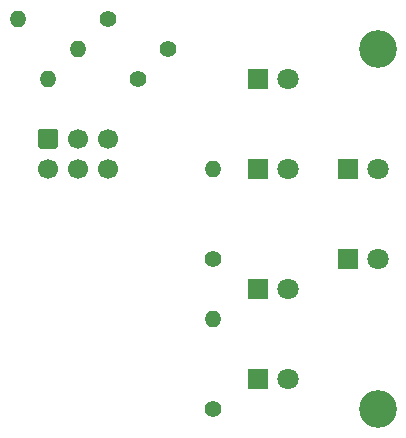
<source format=gbs>
G04 #@! TF.GenerationSoftware,KiCad,Pcbnew,5.1.10*
G04 #@! TF.CreationDate,2021-05-04T22:47:59+02:00*
G04 #@! TF.ProjectId,Signalsimulator,5369676e-616c-4736-996d-756c61746f72,rev?*
G04 #@! TF.SameCoordinates,Original*
G04 #@! TF.FileFunction,Soldermask,Bot*
G04 #@! TF.FilePolarity,Negative*
%FSLAX46Y46*%
G04 Gerber Fmt 4.6, Leading zero omitted, Abs format (unit mm)*
G04 Created by KiCad (PCBNEW 5.1.10) date 2021-05-04 22:47:59*
%MOMM*%
%LPD*%
G01*
G04 APERTURE LIST*
%ADD10C,3.200000*%
%ADD11C,1.800000*%
%ADD12R,1.800000X1.800000*%
%ADD13O,1.400000X1.400000*%
%ADD14C,1.400000*%
%ADD15C,1.700000*%
G04 APERTURE END LIST*
D10*
X59690000Y-29210000D03*
D11*
X59690000Y-39370000D03*
D12*
X57150000Y-39370000D03*
X49530000Y-31750000D03*
D11*
X52070000Y-31750000D03*
X52070000Y-57150000D03*
D12*
X49530000Y-57150000D03*
X49530000Y-49530000D03*
D11*
X52070000Y-49530000D03*
X59690000Y-46990000D03*
D12*
X57150000Y-46990000D03*
X49530000Y-39370000D03*
D11*
X52070000Y-39370000D03*
D13*
X34290000Y-29210000D03*
D14*
X41910000Y-29210000D03*
X36830000Y-26670000D03*
D13*
X29210000Y-26670000D03*
D14*
X45720000Y-59690000D03*
D13*
X45720000Y-52070000D03*
X45720000Y-39370000D03*
D14*
X45720000Y-46990000D03*
D13*
X31750000Y-31750000D03*
D14*
X39370000Y-31750000D03*
G36*
G01*
X31150000Y-35980000D02*
X32350000Y-35980000D01*
G75*
G02*
X32600000Y-36230000I0J-250000D01*
G01*
X32600000Y-37430000D01*
G75*
G02*
X32350000Y-37680000I-250000J0D01*
G01*
X31150000Y-37680000D01*
G75*
G02*
X30900000Y-37430000I0J250000D01*
G01*
X30900000Y-36230000D01*
G75*
G02*
X31150000Y-35980000I250000J0D01*
G01*
G37*
D15*
X34290000Y-36830000D03*
X36830000Y-36830000D03*
X31750000Y-39370000D03*
X34290000Y-39370000D03*
X36830000Y-39370000D03*
D10*
X59690000Y-59690000D03*
M02*

</source>
